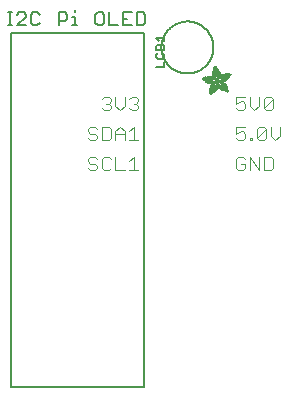
<source format=gbr>
G04 EAGLE Gerber RS-274X export*
G75*
%MOMM*%
%FSLAX34Y34*%
%LPD*%
%INSilkscreen Top*%
%IPPOS*%
%AMOC8*
5,1,8,0,0,1.08239X$1,22.5*%
G01*
%ADD10C,0.177800*%
%ADD11C,0.200000*%
%ADD12C,0.101600*%
%ADD13C,0.203200*%
%ADD14C,0.152400*%
%ADD15R,0.003800X0.034300*%
%ADD16R,0.003800X0.057200*%
%ADD17R,0.003800X0.076200*%
%ADD18R,0.003800X0.091400*%
%ADD19R,0.003800X0.102900*%
%ADD20R,0.003900X0.114300*%
%ADD21R,0.003800X0.129500*%
%ADD22R,0.003800X0.137200*%
%ADD23R,0.003800X0.144800*%
%ADD24R,0.003800X0.152400*%
%ADD25R,0.003800X0.160000*%
%ADD26R,0.003800X0.171500*%
%ADD27R,0.003800X0.175300*%
%ADD28R,0.003800X0.182900*%
%ADD29R,0.003800X0.190500*%
%ADD30R,0.003900X0.194300*%
%ADD31R,0.003800X0.201900*%
%ADD32R,0.003800X0.209500*%
%ADD33R,0.003800X0.213400*%
%ADD34R,0.003800X0.221000*%
%ADD35R,0.003800X0.224800*%
%ADD36R,0.003800X0.232400*%
%ADD37R,0.003800X0.240000*%
%ADD38R,0.003800X0.243800*%
%ADD39R,0.003800X0.247600*%
%ADD40R,0.003900X0.255300*%
%ADD41R,0.003800X0.259100*%
%ADD42R,0.003800X0.262900*%
%ADD43R,0.003800X0.270500*%
%ADD44R,0.003800X0.274300*%
%ADD45R,0.003800X0.281900*%
%ADD46R,0.003800X0.285700*%
%ADD47R,0.003800X0.289500*%
%ADD48R,0.003800X0.297200*%
%ADD49R,0.003800X0.301000*%
%ADD50R,0.003900X0.304800*%
%ADD51R,0.003800X0.312400*%
%ADD52R,0.003800X0.316200*%
%ADD53R,0.003800X0.320000*%
%ADD54R,0.003800X0.327600*%
%ADD55R,0.003800X0.331500*%
%ADD56R,0.003800X0.339100*%
%ADD57R,0.003800X0.342900*%
%ADD58R,0.003800X0.346700*%
%ADD59R,0.003800X0.354300*%
%ADD60R,0.003900X0.358100*%
%ADD61R,0.003800X0.361900*%
%ADD62R,0.003800X0.369600*%
%ADD63R,0.003800X0.373400*%
%ADD64R,0.003800X0.377200*%
%ADD65R,0.003800X0.384800*%
%ADD66R,0.003800X0.388600*%
%ADD67R,0.003800X0.396200*%
%ADD68R,0.003800X0.400000*%
%ADD69R,0.003800X0.403800*%
%ADD70R,0.003900X0.411500*%
%ADD71R,0.003800X0.415300*%
%ADD72R,0.003800X0.419100*%
%ADD73R,0.003800X0.045700*%
%ADD74R,0.003800X0.426700*%
%ADD75R,0.003800X0.072400*%
%ADD76R,0.003800X0.430500*%
%ADD77R,0.003800X0.095300*%
%ADD78R,0.003800X0.438100*%
%ADD79R,0.003800X0.110500*%
%ADD80R,0.003800X0.441900*%
%ADD81R,0.003800X0.445800*%
%ADD82R,0.003800X0.144700*%
%ADD83R,0.003800X0.453400*%
%ADD84R,0.003800X0.457200*%
%ADD85R,0.003900X0.175300*%
%ADD86R,0.003900X0.461000*%
%ADD87R,0.003800X0.468600*%
%ADD88R,0.003800X0.205800*%
%ADD89R,0.003800X0.472400*%
%ADD90R,0.003800X0.217200*%
%ADD91R,0.003800X0.476200*%
%ADD92R,0.003800X0.483900*%
%ADD93R,0.003800X0.247700*%
%ADD94R,0.003800X0.487700*%
%ADD95R,0.003800X0.495300*%
%ADD96R,0.003800X0.499100*%
%ADD97R,0.003800X0.502900*%
%ADD98R,0.003800X0.510500*%
%ADD99R,0.003900X0.308600*%
%ADD100R,0.003900X0.514300*%
%ADD101R,0.003800X0.323800*%
%ADD102R,0.003800X0.518100*%
%ADD103R,0.003800X0.335300*%
%ADD104R,0.003800X0.525800*%
%ADD105R,0.003800X0.529600*%
%ADD106R,0.003800X0.358100*%
%ADD107R,0.003800X0.533400*%
%ADD108R,0.003800X0.537200*%
%ADD109R,0.003800X0.381000*%
%ADD110R,0.003800X0.544800*%
%ADD111R,0.003800X0.392400*%
%ADD112R,0.003800X0.548600*%
%ADD113R,0.003800X0.552400*%
%ADD114R,0.003800X0.556200*%
%ADD115R,0.003900X0.422900*%
%ADD116R,0.003900X0.560100*%
%ADD117R,0.003800X0.434300*%
%ADD118R,0.003800X0.563900*%
%ADD119R,0.003800X0.567700*%
%ADD120R,0.003800X0.461000*%
%ADD121R,0.003800X0.571500*%
%ADD122R,0.003800X0.575300*%
%ADD123R,0.003800X0.480100*%
%ADD124R,0.003800X0.579100*%
%ADD125R,0.003800X0.491500*%
%ADD126R,0.003800X0.582900*%
%ADD127R,0.003800X0.586700*%
%ADD128R,0.003800X0.510600*%
%ADD129R,0.003800X0.590500*%
%ADD130R,0.003800X0.522000*%
%ADD131R,0.003800X0.594300*%
%ADD132R,0.003900X0.533400*%
%ADD133R,0.003900X0.598200*%
%ADD134R,0.003800X0.541000*%
%ADD135R,0.003800X0.602000*%
%ADD136R,0.003800X0.552500*%
%ADD137R,0.003800X0.605800*%
%ADD138R,0.003800X0.560100*%
%ADD139R,0.003800X0.609600*%
%ADD140R,0.003800X0.613400*%
%ADD141R,0.003800X0.583000*%
%ADD142R,0.003800X0.617200*%
%ADD143R,0.003800X0.594400*%
%ADD144R,0.003800X0.621000*%
%ADD145R,0.003800X0.598200*%
%ADD146R,0.003800X0.624800*%
%ADD147R,0.003900X0.613500*%
%ADD148R,0.003900X0.628600*%
%ADD149R,0.003800X0.632400*%
%ADD150R,0.003800X0.628600*%
%ADD151R,0.003800X0.636300*%
%ADD152R,0.003800X0.640100*%
%ADD153R,0.003800X0.636200*%
%ADD154R,0.003800X0.643900*%
%ADD155R,0.003800X0.647700*%
%ADD156R,0.003800X0.651500*%
%ADD157R,0.003800X0.659100*%
%ADD158R,0.003900X0.659100*%
%ADD159R,0.003900X0.655300*%
%ADD160R,0.003800X0.662900*%
%ADD161R,0.003800X0.655300*%
%ADD162R,0.003800X0.670500*%
%ADD163R,0.003800X0.670600*%
%ADD164R,0.003800X0.674400*%
%ADD165R,0.003800X0.682000*%
%ADD166R,0.003800X0.666700*%
%ADD167R,0.003800X0.685800*%
%ADD168R,0.003800X0.689600*%
%ADD169R,0.003900X0.693400*%
%ADD170R,0.003900X0.674400*%
%ADD171R,0.003800X0.697200*%
%ADD172R,0.003800X0.678200*%
%ADD173R,0.003800X0.697300*%
%ADD174R,0.003800X0.701100*%
%ADD175R,0.003800X0.704900*%
%ADD176R,0.003800X0.708700*%
%ADD177R,0.003800X0.712500*%
%ADD178R,0.003800X0.716300*%
%ADD179R,0.003900X0.720100*%
%ADD180R,0.003900X0.689600*%
%ADD181R,0.003800X0.720000*%
%ADD182R,0.003800X0.693400*%
%ADD183R,0.003800X0.723900*%
%ADD184R,0.003800X0.727700*%
%ADD185R,0.003800X0.731500*%
%ADD186R,0.003800X0.701000*%
%ADD187R,0.003800X0.735300*%
%ADD188R,0.003900X0.731500*%
%ADD189R,0.003900X0.701000*%
%ADD190R,0.003800X0.704800*%
%ADD191R,0.003800X0.739100*%
%ADD192R,0.003800X0.743000*%
%ADD193R,0.003800X0.739200*%
%ADD194R,0.003900X0.743000*%
%ADD195R,0.003900X0.704800*%
%ADD196R,0.003800X0.746800*%
%ADD197R,0.003900X0.746800*%
%ADD198R,0.003800X0.742900*%
%ADD199R,0.003800X0.746700*%
%ADD200R,0.003900X0.746700*%
%ADD201R,0.003800X1.428800*%
%ADD202R,0.003800X1.424900*%
%ADD203R,0.003900X1.421100*%
%ADD204R,0.003800X1.421100*%
%ADD205R,0.003800X1.417300*%
%ADD206R,0.003800X1.413500*%
%ADD207R,0.003800X1.409700*%
%ADD208R,0.003800X1.405900*%
%ADD209R,0.003800X1.402100*%
%ADD210R,0.003800X1.398300*%
%ADD211R,0.003900X0.983000*%
%ADD212R,0.003900X0.384800*%
%ADD213R,0.003800X0.971600*%
%ADD214R,0.003800X0.963900*%
%ADD215R,0.003800X0.956300*%
%ADD216R,0.003800X0.365800*%
%ADD217R,0.003800X0.952500*%
%ADD218R,0.003800X0.941000*%
%ADD219R,0.003800X0.358200*%
%ADD220R,0.003800X0.937200*%
%ADD221R,0.003800X0.933400*%
%ADD222R,0.003800X0.354400*%
%ADD223R,0.003800X0.925800*%
%ADD224R,0.003800X0.350500*%
%ADD225R,0.003800X0.922000*%
%ADD226R,0.003900X0.918200*%
%ADD227R,0.003900X0.346700*%
%ADD228R,0.003800X0.910600*%
%ADD229R,0.003800X0.906800*%
%ADD230R,0.003800X0.903000*%
%ADD231R,0.003800X0.339000*%
%ADD232R,0.003800X0.895300*%
%ADD233R,0.003800X0.335200*%
%ADD234R,0.003800X0.887700*%
%ADD235R,0.003800X0.883900*%
%ADD236R,0.003800X0.331400*%
%ADD237R,0.003800X0.880100*%
%ADD238R,0.003800X0.876300*%
%ADD239R,0.003900X0.468600*%
%ADD240R,0.003900X0.396200*%
%ADD241R,0.003900X0.323800*%
%ADD242R,0.003800X0.449600*%
%ADD243R,0.003800X0.323900*%
%ADD244R,0.003800X0.442000*%
%ADD245R,0.003800X0.434400*%
%ADD246R,0.003800X0.320100*%
%ADD247R,0.003800X0.316300*%
%ADD248R,0.003800X0.426800*%
%ADD249R,0.003800X0.327700*%
%ADD250R,0.003800X0.312500*%
%ADD251R,0.003800X0.422900*%
%ADD252R,0.003800X0.308600*%
%ADD253R,0.003800X0.293400*%
%ADD254R,0.003800X0.304800*%
%ADD255R,0.003900X0.419100*%
%ADD256R,0.003900X0.285700*%
%ADD257R,0.003900X0.301000*%
%ADD258R,0.003800X0.411500*%
%ADD259R,0.003800X0.407700*%
%ADD260R,0.003800X0.289600*%
%ADD261R,0.003800X0.285800*%
%ADD262R,0.003800X0.403900*%
%ADD263R,0.003800X0.228600*%
%ADD264R,0.003900X0.403900*%
%ADD265R,0.003900X0.221000*%
%ADD266R,0.003900X0.278100*%
%ADD267R,0.003800X0.400100*%
%ADD268R,0.003800X0.209600*%
%ADD269R,0.003800X0.266700*%
%ADD270R,0.003800X0.038100*%
%ADD271R,0.003800X0.194300*%
%ADD272R,0.003800X0.148600*%
%ADD273R,0.003800X0.259000*%
%ADD274R,0.003800X0.182800*%
%ADD275R,0.003800X0.186700*%
%ADD276R,0.003800X0.251400*%
%ADD277R,0.003800X0.179100*%
%ADD278R,0.003800X0.236200*%
%ADD279R,0.003900X0.243900*%
%ADD280R,0.003900X0.282000*%
%ADD281R,0.003800X0.167700*%
%ADD282R,0.003800X0.236300*%
%ADD283R,0.003800X0.396300*%
%ADD284R,0.003800X0.163900*%
%ADD285R,0.003800X0.392500*%
%ADD286R,0.003800X0.160100*%
%ADD287R,0.003800X0.586800*%
%ADD288R,0.003800X0.148500*%
%ADD289R,0.003800X0.140900*%
%ADD290R,0.003900X0.392400*%
%ADD291R,0.003900X0.140900*%
%ADD292R,0.003900X0.647700*%
%ADD293R,0.003800X0.133300*%
%ADD294R,0.003800X0.674300*%
%ADD295R,0.003800X0.388700*%
%ADD296R,0.003800X0.125700*%
%ADD297R,0.003800X0.121900*%
%ADD298R,0.003800X0.720100*%
%ADD299R,0.003800X0.118100*%
%ADD300R,0.003900X0.118100*%
%ADD301R,0.003900X0.739100*%
%ADD302R,0.003800X0.114300*%
%ADD303R,0.003800X0.754400*%
%ADD304R,0.003800X0.765800*%
%ADD305R,0.003800X0.773400*%
%ADD306R,0.003800X0.784800*%
%ADD307R,0.003800X0.118200*%
%ADD308R,0.003800X0.792500*%
%ADD309R,0.003800X0.803900*%
%ADD310R,0.003800X0.122000*%
%ADD311R,0.003800X0.815400*%
%ADD312R,0.003800X0.125800*%
%ADD313R,0.003800X0.826800*%
%ADD314R,0.003900X0.369500*%
%ADD315R,0.003900X0.133400*%
%ADD316R,0.003900X0.842000*%
%ADD317R,0.003800X0.365700*%
%ADD318R,0.003800X1.009700*%
%ADD319R,0.003800X1.013500*%
%ADD320R,0.003800X0.362000*%
%ADD321R,0.003800X1.024900*%
%ADD322R,0.003800X1.028700*%
%ADD323R,0.003800X1.036300*%
%ADD324R,0.003800X1.047800*%
%ADD325R,0.003800X1.055400*%
%ADD326R,0.003800X1.070600*%
%ADD327R,0.003800X0.030500*%
%ADD328R,0.003800X1.436400*%
%ADD329R,0.003900X1.562100*%
%ADD330R,0.003800X1.588700*%
%ADD331R,0.003800X1.607800*%
%ADD332R,0.003800X1.626900*%
%ADD333R,0.003800X1.642100*%
%ADD334R,0.003800X1.657400*%
%ADD335R,0.003800X1.676400*%
%ADD336R,0.003800X1.687800*%
%ADD337R,0.003800X1.703000*%
%ADD338R,0.003800X1.714500*%
%ADD339R,0.003900X1.726000*%
%ADD340R,0.003800X1.741200*%
%ADD341R,0.003800X0.914400*%
%ADD342R,0.003800X0.769600*%
%ADD343R,0.003800X0.884000*%
%ADD344R,0.003800X0.712400*%
%ADD345R,0.003900X0.880100*%
%ADD346R,0.003800X0.887800*%
%ADD347R,0.003800X0.891600*%
%ADD348R,0.003800X0.895400*%
%ADD349R,0.003800X0.251500*%
%ADD350R,0.003900X0.579200*%
%ADD351R,0.003800X0.243900*%
%ADD352R,0.003800X0.556300*%
%ADD353R,0.003800X0.255200*%
%ADD354R,0.003800X0.529500*%
%ADD355R,0.003800X0.731600*%
%ADD356R,0.003900X0.525800*%
%ADD357R,0.003900X0.281900*%
%ADD358R,0.003900X0.735400*%
%ADD359R,0.003800X0.300900*%
%ADD360R,0.003800X0.762000*%
%ADD361R,0.003800X0.518200*%
%ADD362R,0.003800X0.350600*%
%ADD363R,0.003800X0.796300*%
%ADD364R,0.003800X0.807800*%
%ADD365R,0.003800X0.506700*%
%ADD366R,0.003800X0.849600*%
%ADD367R,0.003900X0.506700*%
%ADD368R,0.003900X1.371600*%
%ADD369R,0.003800X1.207800*%
%ADD370R,0.003800X0.503000*%
%ADD371R,0.003800X0.141000*%
%ADD372R,0.003800X1.203900*%
%ADD373R,0.003800X1.204000*%
%ADD374R,0.003800X1.200200*%
%ADD375R,0.003900X0.499100*%
%ADD376R,0.003900X0.156200*%
%ADD377R,0.003900X1.196400*%
%ADD378R,0.003800X1.196400*%
%ADD379R,0.003800X0.163800*%
%ADD380R,0.003800X0.167600*%
%ADD381R,0.003800X1.192500*%
%ADD382R,0.003800X0.499200*%
%ADD383R,0.003800X1.188700*%
%ADD384R,0.003800X0.506800*%
%ADD385R,0.003800X1.184900*%
%ADD386R,0.003900X0.510600*%
%ADD387R,0.003900X0.209600*%
%ADD388R,0.003900X1.181100*%
%ADD389R,0.003800X0.514400*%
%ADD390R,0.003800X1.181100*%
%ADD391R,0.003800X1.177300*%
%ADD392R,0.003800X0.240100*%
%ADD393R,0.003800X1.173500*%
%ADD394R,0.003800X1.169700*%
%ADD395R,0.003800X1.165900*%
%ADD396R,0.003800X1.162100*%
%ADD397R,0.003900X0.929700*%
%ADD398R,0.003900X1.162100*%
%ADD399R,0.003800X0.929700*%
%ADD400R,0.003800X1.154500*%
%ADD401R,0.003800X0.933500*%
%ADD402R,0.003800X1.150600*%
%ADD403R,0.003800X0.937300*%
%ADD404R,0.003800X1.146800*%
%ADD405R,0.003800X0.941100*%
%ADD406R,0.003800X1.139200*%
%ADD407R,0.003800X0.944900*%
%ADD408R,0.003800X1.135400*%
%ADD409R,0.003800X0.948700*%
%ADD410R,0.003800X1.127800*%
%ADD411R,0.003800X1.124000*%
%ADD412R,0.003800X1.116400*%
%ADD413R,0.003900X0.956300*%
%ADD414R,0.003900X1.104900*%
%ADD415R,0.003800X0.960100*%
%ADD416R,0.003800X1.093500*%
%ADD417R,0.003800X1.085900*%
%ADD418R,0.003800X0.967800*%
%ADD419R,0.003800X1.074500*%
%ADD420R,0.003800X1.063000*%
%ADD421R,0.003800X0.975400*%
%ADD422R,0.003800X1.036400*%
%ADD423R,0.003800X0.979200*%
%ADD424R,0.003800X1.021000*%
%ADD425R,0.003800X0.983000*%
%ADD426R,0.003800X1.009600*%
%ADD427R,0.003800X0.986800*%
%ADD428R,0.003800X0.998200*%
%ADD429R,0.003900X0.990600*%
%ADD430R,0.003900X0.986700*%
%ADD431R,0.003800X0.994400*%
%ADD432R,0.003800X0.975300*%
%ADD433R,0.003800X0.948600*%
%ADD434R,0.003800X1.002000*%
%ADD435R,0.003800X0.213300*%
%ADD436R,0.003800X0.217100*%
%ADD437R,0.003800X1.017300*%
%ADD438R,0.003800X0.666800*%
%ADD439R,0.003800X0.220900*%
%ADD440R,0.003900X1.028700*%
%ADD441R,0.003900X0.224700*%
%ADD442R,0.003800X1.032500*%
%ADD443R,0.003800X1.040100*%
%ADD444R,0.003800X1.043900*%
%ADD445R,0.003800X0.548700*%
%ADD446R,0.003800X1.051500*%
%ADD447R,0.003800X1.055300*%
%ADD448R,0.003800X1.059100*%
%ADD449R,0.003800X1.062900*%
%ADD450R,0.003800X0.255300*%
%ADD451R,0.003900X1.066800*%
%ADD452R,0.003900X0.259100*%
%ADD453R,0.003900X0.457200*%
%ADD454R,0.003800X0.423000*%
%ADD455R,0.003800X1.082100*%
%ADD456R,0.003800X0.274400*%
%ADD457R,0.003800X0.278200*%
%ADD458R,0.003800X1.101100*%
%ADD459R,0.003800X0.278100*%
%ADD460R,0.003900X0.876300*%
%ADD461R,0.003900X0.236200*%
%ADD462R,0.003900X0.289600*%
%ADD463R,0.003900X0.247700*%
%ADD464R,0.003800X0.049500*%
%ADD465R,0.003900X0.640100*%
%ADD466R,0.003800X0.659200*%
%ADD467R,0.003800X0.663000*%
%ADD468R,0.003900X0.872500*%
%ADD469R,0.003900X0.666800*%
%ADD470R,0.003800X0.872500*%
%ADD471R,0.003800X0.868700*%
%ADD472R,0.003800X0.864900*%
%ADD473R,0.003800X0.861100*%
%ADD474R,0.003800X0.857300*%
%ADD475R,0.003800X0.853400*%
%ADD476R,0.003800X0.845800*%
%ADD477R,0.003900X0.682000*%
%ADD478R,0.003800X0.842000*%
%ADD479R,0.003800X0.834400*%
%ADD480R,0.003800X0.823000*%
%ADD481R,0.003800X0.815300*%
%ADD482R,0.003800X0.811500*%
%ADD483R,0.003800X0.788700*%
%ADD484R,0.003900X0.777300*%
%ADD485R,0.003800X0.750600*%
%ADD486R,0.003800X0.735400*%
%ADD487R,0.003800X0.727800*%
%ADD488R,0.003800X0.628700*%
%ADD489R,0.003800X0.575400*%
%ADD490R,0.003900X0.670600*%
%ADD491R,0.003800X0.655400*%
%ADD492R,0.003900X0.651500*%
%ADD493R,0.003900X0.624800*%
%ADD494R,0.003900X0.594400*%
%ADD495R,0.003900X0.563900*%
%ADD496R,0.003800X0.541100*%
%ADD497R,0.003800X0.537300*%
%ADD498R,0.003800X0.525700*%
%ADD499R,0.003900X0.525700*%
%ADD500R,0.003800X0.514300*%
%ADD501R,0.003900X0.480100*%
%ADD502R,0.003800X0.464800*%
%ADD503R,0.003900X0.442000*%
%ADD504R,0.003800X0.438200*%
%ADD505R,0.003800X0.430600*%
%ADD506R,0.003800X0.407600*%
%ADD507R,0.003900X0.403800*%
%ADD508R,0.003900X0.365700*%
%ADD509R,0.003900X0.327700*%
%ADD510R,0.003900X0.243800*%
%ADD511R,0.003900X0.205800*%
%ADD512R,0.003800X0.198100*%
%ADD513R,0.003900X0.163800*%
%ADD514R,0.003800X0.137100*%
%ADD515R,0.003900X0.091500*%
%ADD516R,0.003800X0.060900*%


D10*
X8763Y197231D02*
X12407Y197231D01*
X10585Y197231D02*
X10585Y208162D01*
X8763Y208162D02*
X12407Y208162D01*
X16559Y197231D02*
X23847Y197231D01*
X16559Y197231D02*
X23847Y204519D01*
X23847Y206340D01*
X22025Y208162D01*
X18381Y208162D01*
X16559Y206340D01*
X33719Y208162D02*
X35540Y206340D01*
X33719Y208162D02*
X30075Y208162D01*
X28253Y206340D01*
X28253Y199053D01*
X30075Y197231D01*
X33719Y197231D01*
X35540Y199053D01*
X51641Y197231D02*
X51641Y208162D01*
X57107Y208162D01*
X58928Y206340D01*
X58928Y202697D01*
X57107Y200875D01*
X51641Y200875D01*
X63335Y204519D02*
X65157Y204519D01*
X65157Y197231D01*
X63335Y197231D02*
X66979Y197231D01*
X65157Y208162D02*
X65157Y209984D01*
X84647Y208162D02*
X88290Y208162D01*
X84647Y208162D02*
X82825Y206340D01*
X82825Y199053D01*
X84647Y197231D01*
X88290Y197231D01*
X90112Y199053D01*
X90112Y206340D01*
X88290Y208162D01*
X94519Y208162D02*
X94519Y197231D01*
X101806Y197231D01*
X106213Y208162D02*
X113500Y208162D01*
X106213Y208162D02*
X106213Y197231D01*
X113500Y197231D01*
X109856Y202697D02*
X106213Y202697D01*
X117907Y208162D02*
X117907Y197231D01*
X123372Y197231D01*
X125194Y199053D01*
X125194Y206340D01*
X123372Y208162D01*
X117907Y208162D01*
D11*
X138782Y178562D02*
X138789Y179102D01*
X138808Y179641D01*
X138842Y180180D01*
X138888Y180718D01*
X138947Y181255D01*
X139020Y181790D01*
X139106Y182323D01*
X139205Y182854D01*
X139317Y183382D01*
X139441Y183908D01*
X139579Y184430D01*
X139729Y184948D01*
X139892Y185463D01*
X140068Y185974D01*
X140256Y186480D01*
X140457Y186981D01*
X140669Y187477D01*
X140894Y187968D01*
X141131Y188453D01*
X141380Y188933D01*
X141640Y189406D01*
X141912Y189872D01*
X142195Y190332D01*
X142490Y190785D01*
X142795Y191230D01*
X143111Y191667D01*
X143438Y192097D01*
X143776Y192519D01*
X144123Y192932D01*
X144481Y193336D01*
X144849Y193732D01*
X145226Y194118D01*
X145612Y194495D01*
X146008Y194863D01*
X146412Y195221D01*
X146825Y195568D01*
X147247Y195906D01*
X147677Y196233D01*
X148114Y196549D01*
X148559Y196854D01*
X149012Y197149D01*
X149472Y197432D01*
X149938Y197704D01*
X150411Y197964D01*
X150891Y198213D01*
X151376Y198450D01*
X151867Y198675D01*
X152363Y198887D01*
X152864Y199088D01*
X153370Y199276D01*
X153881Y199452D01*
X154396Y199615D01*
X154914Y199765D01*
X155436Y199903D01*
X155962Y200027D01*
X156490Y200139D01*
X157021Y200238D01*
X157554Y200324D01*
X158089Y200397D01*
X158626Y200456D01*
X159164Y200502D01*
X159703Y200536D01*
X160242Y200555D01*
X160782Y200562D01*
X161322Y200555D01*
X161861Y200536D01*
X162400Y200502D01*
X162938Y200456D01*
X163475Y200397D01*
X164010Y200324D01*
X164543Y200238D01*
X165074Y200139D01*
X165602Y200027D01*
X166128Y199903D01*
X166650Y199765D01*
X167168Y199615D01*
X167683Y199452D01*
X168194Y199276D01*
X168700Y199088D01*
X169201Y198887D01*
X169697Y198675D01*
X170188Y198450D01*
X170673Y198213D01*
X171153Y197964D01*
X171626Y197704D01*
X172092Y197432D01*
X172552Y197149D01*
X173005Y196854D01*
X173450Y196549D01*
X173887Y196233D01*
X174317Y195906D01*
X174739Y195568D01*
X175152Y195221D01*
X175556Y194863D01*
X175952Y194495D01*
X176338Y194118D01*
X176715Y193732D01*
X177083Y193336D01*
X177441Y192932D01*
X177788Y192519D01*
X178126Y192097D01*
X178453Y191667D01*
X178769Y191230D01*
X179074Y190785D01*
X179369Y190332D01*
X179652Y189872D01*
X179924Y189406D01*
X180184Y188933D01*
X180433Y188453D01*
X180670Y187968D01*
X180895Y187477D01*
X181107Y186981D01*
X181308Y186480D01*
X181496Y185974D01*
X181672Y185463D01*
X181835Y184948D01*
X181985Y184430D01*
X182123Y183908D01*
X182247Y183382D01*
X182359Y182854D01*
X182458Y182323D01*
X182544Y181790D01*
X182617Y181255D01*
X182676Y180718D01*
X182722Y180180D01*
X182756Y179641D01*
X182775Y179102D01*
X182782Y178562D01*
X182775Y178022D01*
X182756Y177483D01*
X182722Y176944D01*
X182676Y176406D01*
X182617Y175869D01*
X182544Y175334D01*
X182458Y174801D01*
X182359Y174270D01*
X182247Y173742D01*
X182123Y173216D01*
X181985Y172694D01*
X181835Y172176D01*
X181672Y171661D01*
X181496Y171150D01*
X181308Y170644D01*
X181107Y170143D01*
X180895Y169647D01*
X180670Y169156D01*
X180433Y168671D01*
X180184Y168191D01*
X179924Y167718D01*
X179652Y167252D01*
X179369Y166792D01*
X179074Y166339D01*
X178769Y165894D01*
X178453Y165457D01*
X178126Y165027D01*
X177788Y164605D01*
X177441Y164192D01*
X177083Y163788D01*
X176715Y163392D01*
X176338Y163006D01*
X175952Y162629D01*
X175556Y162261D01*
X175152Y161903D01*
X174739Y161556D01*
X174317Y161218D01*
X173887Y160891D01*
X173450Y160575D01*
X173005Y160270D01*
X172552Y159975D01*
X172092Y159692D01*
X171626Y159420D01*
X171153Y159160D01*
X170673Y158911D01*
X170188Y158674D01*
X169697Y158449D01*
X169201Y158237D01*
X168700Y158036D01*
X168194Y157848D01*
X167683Y157672D01*
X167168Y157509D01*
X166650Y157359D01*
X166128Y157221D01*
X165602Y157097D01*
X165074Y156985D01*
X164543Y156886D01*
X164010Y156800D01*
X163475Y156727D01*
X162938Y156668D01*
X162400Y156622D01*
X161861Y156588D01*
X161322Y156569D01*
X160782Y156562D01*
X160242Y156569D01*
X159703Y156588D01*
X159164Y156622D01*
X158626Y156668D01*
X158089Y156727D01*
X157554Y156800D01*
X157021Y156886D01*
X156490Y156985D01*
X155962Y157097D01*
X155436Y157221D01*
X154914Y157359D01*
X154396Y157509D01*
X153881Y157672D01*
X153370Y157848D01*
X152864Y158036D01*
X152363Y158237D01*
X151867Y158449D01*
X151376Y158674D01*
X150891Y158911D01*
X150411Y159160D01*
X149938Y159420D01*
X149472Y159692D01*
X149012Y159975D01*
X148559Y160270D01*
X148114Y160575D01*
X147677Y160891D01*
X147247Y161218D01*
X146825Y161556D01*
X146412Y161903D01*
X146008Y162261D01*
X145612Y162629D01*
X145226Y163006D01*
X144849Y163392D01*
X144481Y163788D01*
X144123Y164192D01*
X143776Y164605D01*
X143438Y165027D01*
X143111Y165457D01*
X142795Y165894D01*
X142490Y166339D01*
X142195Y166792D01*
X141912Y167252D01*
X141640Y167718D01*
X141380Y168191D01*
X141131Y168671D01*
X140894Y169156D01*
X140669Y169647D01*
X140457Y170143D01*
X140256Y170644D01*
X140068Y171150D01*
X139892Y171661D01*
X139729Y172176D01*
X139579Y172694D01*
X139441Y173216D01*
X139317Y173742D01*
X139205Y174270D01*
X139106Y174801D01*
X139020Y175334D01*
X138947Y175869D01*
X138888Y176406D01*
X138842Y176944D01*
X138808Y177483D01*
X138789Y178022D01*
X138782Y178562D01*
D12*
X201930Y136916D02*
X209726Y136916D01*
X201930Y136916D02*
X201930Y131069D01*
X205828Y133018D01*
X207777Y133018D01*
X209726Y131069D01*
X209726Y127171D01*
X207777Y125222D01*
X203879Y125222D01*
X201930Y127171D01*
X213624Y129120D02*
X213624Y136916D01*
X213624Y129120D02*
X217522Y125222D01*
X221420Y129120D01*
X221420Y136916D01*
X225318Y134967D02*
X225318Y127171D01*
X225318Y134967D02*
X227267Y136916D01*
X231165Y136916D01*
X233114Y134967D01*
X233114Y127171D01*
X231165Y125222D01*
X227267Y125222D01*
X225318Y127171D01*
X233114Y134967D01*
X209726Y111516D02*
X201930Y111516D01*
X201930Y105669D01*
X205828Y107618D01*
X207777Y107618D01*
X209726Y105669D01*
X209726Y101771D01*
X207777Y99822D01*
X203879Y99822D01*
X201930Y101771D01*
X213624Y101771D02*
X213624Y99822D01*
X213624Y101771D02*
X215573Y101771D01*
X215573Y99822D01*
X213624Y99822D01*
X219471Y101771D02*
X219471Y109567D01*
X221420Y111516D01*
X225318Y111516D01*
X227267Y109567D01*
X227267Y101771D01*
X225318Y99822D01*
X221420Y99822D01*
X219471Y101771D01*
X227267Y109567D01*
X231165Y111516D02*
X231165Y103720D01*
X235063Y99822D01*
X238961Y103720D01*
X238961Y111516D01*
X209726Y84167D02*
X207777Y86116D01*
X203879Y86116D01*
X201930Y84167D01*
X201930Y76371D01*
X203879Y74422D01*
X207777Y74422D01*
X209726Y76371D01*
X209726Y80269D01*
X205828Y80269D01*
X213624Y74422D02*
X213624Y86116D01*
X221420Y74422D01*
X221420Y86116D01*
X225318Y86116D02*
X225318Y74422D01*
X231165Y74422D01*
X233114Y76371D01*
X233114Y84167D01*
X231165Y86116D01*
X225318Y86116D01*
X90057Y136916D02*
X88108Y134967D01*
X90057Y136916D02*
X93955Y136916D01*
X95904Y134967D01*
X95904Y133018D01*
X93955Y131069D01*
X92006Y131069D01*
X93955Y131069D02*
X95904Y129120D01*
X95904Y127171D01*
X93955Y125222D01*
X90057Y125222D01*
X88108Y127171D01*
X99802Y129120D02*
X99802Y136916D01*
X99802Y129120D02*
X103700Y125222D01*
X107598Y129120D01*
X107598Y136916D01*
X111496Y134967D02*
X113445Y136916D01*
X117343Y136916D01*
X119292Y134967D01*
X119292Y133018D01*
X117343Y131069D01*
X115394Y131069D01*
X117343Y131069D02*
X119292Y129120D01*
X119292Y127171D01*
X117343Y125222D01*
X113445Y125222D01*
X111496Y127171D01*
X84210Y109567D02*
X82261Y111516D01*
X78363Y111516D01*
X76414Y109567D01*
X76414Y107618D01*
X78363Y105669D01*
X82261Y105669D01*
X84210Y103720D01*
X84210Y101771D01*
X82261Y99822D01*
X78363Y99822D01*
X76414Y101771D01*
X88108Y99822D02*
X88108Y111516D01*
X88108Y99822D02*
X93955Y99822D01*
X95904Y101771D01*
X95904Y109567D01*
X93955Y111516D01*
X88108Y111516D01*
X99802Y107618D02*
X99802Y99822D01*
X99802Y107618D02*
X103700Y111516D01*
X107598Y107618D01*
X107598Y99822D01*
X107598Y105669D02*
X99802Y105669D01*
X111496Y107618D02*
X115394Y111516D01*
X115394Y99822D01*
X111496Y99822D02*
X119292Y99822D01*
X84210Y84167D02*
X82261Y86116D01*
X78363Y86116D01*
X76414Y84167D01*
X76414Y82218D01*
X78363Y80269D01*
X82261Y80269D01*
X84210Y78320D01*
X84210Y76371D01*
X82261Y74422D01*
X78363Y74422D01*
X76414Y76371D01*
X93955Y86116D02*
X95904Y84167D01*
X93955Y86116D02*
X90057Y86116D01*
X88108Y84167D01*
X88108Y76371D01*
X90057Y74422D01*
X93955Y74422D01*
X95904Y76371D01*
X99802Y74422D02*
X99802Y86116D01*
X99802Y74422D02*
X107598Y74422D01*
X111496Y82218D02*
X115394Y86116D01*
X115394Y74422D01*
X111496Y74422D02*
X119292Y74422D01*
D13*
X124330Y190780D02*
X124330Y-109220D01*
X11080Y-109220D01*
X11080Y190780D01*
X124330Y190780D01*
D14*
X134336Y161605D02*
X140946Y161605D01*
X140946Y166012D01*
X134336Y172394D02*
X135438Y173496D01*
X134336Y172394D02*
X134336Y170191D01*
X135438Y169090D01*
X139844Y169090D01*
X140946Y170191D01*
X140946Y172394D01*
X139844Y173496D01*
X140946Y176574D02*
X134336Y176574D01*
X140946Y176574D02*
X140946Y179879D01*
X139844Y180980D01*
X135438Y180980D01*
X134336Y179879D01*
X134336Y176574D01*
X136540Y184058D02*
X134336Y186261D01*
X140946Y186261D01*
X140946Y184058D02*
X140946Y188464D01*
D15*
X198120Y155499D03*
D16*
X198082Y155499D03*
D17*
X198044Y155480D03*
D18*
X198006Y155480D03*
D19*
X197968Y155499D03*
D20*
X197930Y155480D03*
D21*
X197891Y155480D03*
D22*
X197853Y155480D03*
D23*
X197815Y155480D03*
D24*
X197777Y155442D03*
D25*
X197739Y155442D03*
D26*
X197701Y155423D03*
D27*
X197663Y155404D03*
D28*
X197625Y155404D03*
D29*
X197587Y155366D03*
D30*
X197549Y155347D03*
D31*
X197510Y155347D03*
D32*
X197472Y155309D03*
D33*
X197434Y155289D03*
D34*
X197396Y155251D03*
D35*
X197358Y155232D03*
D36*
X197320Y155232D03*
D37*
X197282Y155194D03*
D38*
X197244Y155175D03*
D39*
X197206Y155156D03*
D40*
X197168Y155118D03*
D41*
X197129Y155099D03*
D42*
X197091Y155080D03*
D43*
X197053Y155042D03*
D44*
X197015Y155023D03*
D45*
X196977Y154985D03*
D46*
X196939Y154966D03*
D47*
X196901Y154947D03*
D48*
X196863Y154908D03*
D49*
X196825Y154889D03*
D50*
X196787Y154870D03*
D51*
X196748Y154832D03*
D52*
X196710Y154813D03*
D53*
X196672Y154794D03*
D54*
X196634Y154756D03*
D55*
X196596Y154737D03*
D56*
X196558Y154699D03*
D57*
X196520Y154680D03*
D58*
X196482Y154661D03*
D59*
X196444Y154623D03*
D60*
X196406Y154604D03*
D61*
X196367Y154585D03*
D62*
X196329Y154546D03*
D63*
X196291Y154527D03*
D64*
X196253Y154508D03*
D65*
X196215Y154470D03*
D66*
X196177Y154451D03*
D67*
X196139Y154413D03*
D68*
X196101Y154394D03*
D69*
X196063Y154375D03*
D70*
X196025Y154337D03*
D71*
X195986Y154318D03*
D72*
X195948Y154299D03*
D73*
X195910Y141536D03*
D74*
X195910Y154261D03*
D75*
X195872Y141554D03*
D76*
X195872Y154242D03*
D77*
X195834Y141593D03*
D78*
X195834Y154204D03*
D79*
X195796Y141631D03*
D80*
X195796Y154185D03*
D21*
X195758Y141650D03*
D81*
X195758Y154165D03*
D82*
X195720Y141688D03*
D83*
X195720Y154127D03*
D25*
X195682Y141726D03*
D84*
X195682Y154108D03*
D85*
X195644Y141764D03*
D86*
X195644Y154089D03*
D29*
X195605Y141802D03*
D87*
X195605Y154051D03*
D88*
X195567Y141840D03*
D89*
X195567Y154032D03*
D90*
X195529Y141897D03*
D91*
X195529Y154013D03*
D36*
X195491Y141935D03*
D92*
X195491Y153975D03*
D93*
X195453Y141974D03*
D94*
X195453Y153956D03*
D41*
X195415Y142031D03*
D95*
X195415Y153918D03*
D44*
X195377Y142069D03*
D96*
X195377Y153899D03*
D46*
X195339Y142126D03*
D97*
X195339Y153880D03*
D48*
X195301Y142183D03*
D98*
X195301Y153842D03*
D99*
X195263Y142240D03*
D100*
X195263Y153823D03*
D101*
X195224Y142278D03*
D102*
X195224Y153804D03*
D103*
X195186Y142336D03*
D104*
X195186Y153765D03*
D58*
X195148Y142393D03*
D105*
X195148Y153746D03*
D106*
X195110Y142450D03*
D107*
X195110Y153727D03*
D62*
X195072Y142507D03*
D108*
X195072Y153708D03*
D109*
X195034Y142564D03*
D110*
X195034Y153670D03*
D111*
X194996Y142621D03*
D112*
X194996Y153651D03*
D69*
X194958Y142678D03*
D113*
X194958Y153632D03*
D71*
X194920Y142736D03*
D114*
X194920Y153613D03*
D115*
X194882Y142812D03*
D116*
X194882Y153594D03*
D117*
X194843Y142869D03*
D118*
X194843Y153575D03*
D81*
X194805Y142926D03*
D119*
X194805Y153556D03*
D120*
X194767Y143002D03*
D121*
X194767Y153537D03*
D89*
X194729Y143059D03*
D122*
X194729Y153518D03*
D123*
X194691Y143136D03*
D124*
X194691Y153499D03*
D125*
X194653Y143193D03*
D126*
X194653Y153480D03*
D97*
X194615Y143250D03*
D127*
X194615Y153461D03*
D128*
X194577Y143326D03*
D129*
X194577Y153442D03*
D130*
X194539Y143383D03*
D131*
X194539Y153423D03*
D132*
X194501Y143440D03*
D133*
X194501Y153403D03*
D134*
X194462Y143516D03*
D135*
X194462Y153384D03*
D136*
X194424Y143574D03*
D137*
X194424Y153365D03*
D138*
X194386Y143612D03*
D137*
X194386Y153365D03*
D121*
X194348Y143669D03*
D139*
X194348Y153346D03*
D122*
X194310Y143726D03*
D140*
X194310Y153327D03*
D141*
X194272Y143764D03*
D142*
X194272Y153308D03*
D143*
X194234Y143821D03*
D144*
X194234Y153289D03*
D145*
X194196Y143878D03*
D144*
X194196Y153289D03*
D137*
X194158Y143916D03*
D146*
X194158Y153270D03*
D147*
X194120Y143955D03*
D148*
X194120Y153251D03*
D140*
X194081Y143993D03*
D149*
X194081Y153232D03*
D144*
X194043Y144031D03*
D149*
X194043Y153232D03*
D150*
X194005Y144069D03*
D151*
X194005Y153213D03*
D149*
X193967Y144126D03*
D152*
X193967Y153194D03*
D153*
X193929Y144145D03*
D154*
X193929Y153175D03*
X193891Y144184D03*
X193891Y153175D03*
D155*
X193853Y144241D03*
X193853Y153156D03*
D156*
X193815Y144260D03*
X193815Y153137D03*
D157*
X193777Y144298D03*
D156*
X193777Y153137D03*
D158*
X193739Y144336D03*
D159*
X193739Y153118D03*
D160*
X193700Y144355D03*
D161*
X193700Y153118D03*
D162*
X193662Y144393D03*
D157*
X193662Y153099D03*
D163*
X193624Y144431D03*
D160*
X193624Y153080D03*
D164*
X193586Y144450D03*
D160*
X193586Y153080D03*
D165*
X193548Y144488D03*
D166*
X193548Y153061D03*
D165*
X193510Y144526D03*
D166*
X193510Y153061D03*
D167*
X193472Y144545D03*
D162*
X193472Y153042D03*
D168*
X193434Y144564D03*
D162*
X193434Y153042D03*
D168*
X193396Y144602D03*
D164*
X193396Y153022D03*
D169*
X193358Y144621D03*
D170*
X193358Y153022D03*
D171*
X193319Y144640D03*
D172*
X193319Y153003D03*
D173*
X193281Y144679D03*
D172*
X193281Y153003D03*
D174*
X193243Y144698D03*
D172*
X193243Y153003D03*
D175*
X193205Y144717D03*
D165*
X193205Y152984D03*
D175*
X193167Y144755D03*
D165*
X193167Y152984D03*
D176*
X193129Y144774D03*
D167*
X193129Y152965D03*
D177*
X193091Y144793D03*
D167*
X193091Y152965D03*
D177*
X193053Y144831D03*
D167*
X193053Y152965D03*
D178*
X193015Y144850D03*
D168*
X193015Y152946D03*
D179*
X192977Y144869D03*
D180*
X192977Y152946D03*
D181*
X192938Y144907D03*
D182*
X192938Y152927D03*
D183*
X192900Y144927D03*
D182*
X192900Y152927D03*
D183*
X192862Y144927D03*
D182*
X192862Y152927D03*
D183*
X192824Y144965D03*
D182*
X192824Y152927D03*
D184*
X192786Y144984D03*
D171*
X192786Y152908D03*
D185*
X192748Y145003D03*
D171*
X192748Y152908D03*
D184*
X192710Y145022D03*
D171*
X192710Y152908D03*
D185*
X192672Y145041D03*
D186*
X192672Y152889D03*
D187*
X192634Y145060D03*
D186*
X192634Y152889D03*
D188*
X192596Y145079D03*
D189*
X192596Y152889D03*
D187*
X192557Y145098D03*
D186*
X192557Y152889D03*
D187*
X192519Y145098D03*
D190*
X192519Y152870D03*
D187*
X192481Y145136D03*
D186*
X192481Y152851D03*
D191*
X192443Y145155D03*
D186*
X192443Y152851D03*
D191*
X192405Y145155D03*
D186*
X192405Y152851D03*
D191*
X192367Y145193D03*
D186*
X192367Y152851D03*
D191*
X192329Y145193D03*
D186*
X192329Y152851D03*
D192*
X192291Y145212D03*
D190*
X192291Y152832D03*
D193*
X192253Y145231D03*
D190*
X192253Y152832D03*
D194*
X192215Y145250D03*
D195*
X192215Y152832D03*
D192*
X192176Y145250D03*
D190*
X192176Y152832D03*
D192*
X192138Y145288D03*
D190*
X192138Y152832D03*
D192*
X192100Y145288D03*
D190*
X192100Y152832D03*
D192*
X192062Y145288D03*
D190*
X192062Y152832D03*
D192*
X192024Y145326D03*
D186*
X192024Y152813D03*
D192*
X191986Y145326D03*
D186*
X191986Y152813D03*
D196*
X191948Y145345D03*
D186*
X191948Y152813D03*
D192*
X191910Y145364D03*
D186*
X191910Y152813D03*
D192*
X191872Y145364D03*
D186*
X191872Y152813D03*
D197*
X191834Y145383D03*
D189*
X191834Y152813D03*
D198*
X191795Y145403D03*
D186*
X191795Y152813D03*
D198*
X191757Y145403D03*
D171*
X191757Y152794D03*
D199*
X191719Y145422D03*
D171*
X191719Y152794D03*
D198*
X191681Y145441D03*
D171*
X191681Y152794D03*
D198*
X191643Y145441D03*
D171*
X191643Y152794D03*
D198*
X191605Y145441D03*
D171*
X191605Y152794D03*
D199*
X191567Y145460D03*
D182*
X191567Y152775D03*
D198*
X191529Y145479D03*
D182*
X191529Y152775D03*
D198*
X191491Y145479D03*
D182*
X191491Y152775D03*
D200*
X191453Y145498D03*
D169*
X191453Y152775D03*
D198*
X191414Y145517D03*
D168*
X191414Y152756D03*
D198*
X191376Y145517D03*
D168*
X191376Y152756D03*
D199*
X191338Y145536D03*
D168*
X191338Y152756D03*
D198*
X191300Y145555D03*
D168*
X191300Y152756D03*
D198*
X191262Y145555D03*
D167*
X191262Y152737D03*
D198*
X191224Y145555D03*
D167*
X191224Y152737D03*
D201*
X191186Y149022D03*
X191148Y149022D03*
D202*
X191110Y149003D03*
D203*
X191072Y149022D03*
D204*
X191033Y149022D03*
D205*
X190995Y149003D03*
D206*
X190957Y149022D03*
X190919Y149022D03*
D207*
X190881Y149003D03*
D208*
X190843Y149022D03*
X190805Y149022D03*
D209*
X190767Y149003D03*
D210*
X190729Y149022D03*
D211*
X190691Y146945D03*
D212*
X190691Y154051D03*
D213*
X190652Y146888D03*
D64*
X190652Y154089D03*
D214*
X190614Y146889D03*
D63*
X190614Y154108D03*
D215*
X190576Y146851D03*
D216*
X190576Y154108D03*
D217*
X190538Y146832D03*
D216*
X190538Y154108D03*
D218*
X190500Y146812D03*
D219*
X190500Y154108D03*
D220*
X190462Y146793D03*
D219*
X190462Y154108D03*
D221*
X190424Y146774D03*
D222*
X190424Y154089D03*
D223*
X190386Y146774D03*
D224*
X190386Y154109D03*
D225*
X190348Y146755D03*
D58*
X190348Y154090D03*
D226*
X190310Y146736D03*
D227*
X190310Y154090D03*
D228*
X190271Y146736D03*
D57*
X190271Y154071D03*
D229*
X190233Y146717D03*
D57*
X190233Y154071D03*
D230*
X190195Y146698D03*
D231*
X190195Y154051D03*
D232*
X190157Y146698D03*
D231*
X190157Y154051D03*
D232*
X190119Y146698D03*
D233*
X190119Y154032D03*
D234*
X190081Y146698D03*
D233*
X190081Y154032D03*
D235*
X190043Y146679D03*
D236*
X190043Y154013D03*
D237*
X190005Y146660D03*
D54*
X190005Y153994D03*
D238*
X189967Y146679D03*
D54*
X189967Y153994D03*
D239*
X189929Y144640D03*
D240*
X189929Y149041D03*
D241*
X189929Y153975D03*
D242*
X189890Y144583D03*
D62*
X189890Y149136D03*
D243*
X189890Y153937D03*
D244*
X189852Y144545D03*
D106*
X189852Y149194D03*
D243*
X189852Y153937D03*
D245*
X189814Y144545D03*
D58*
X189814Y149213D03*
D246*
X189814Y153918D03*
D245*
X189776Y144545D03*
D103*
X189776Y149232D03*
D247*
X189776Y153899D03*
D248*
X189738Y144545D03*
D249*
X189738Y149270D03*
D250*
X189738Y153880D03*
D248*
X189700Y144545D03*
D247*
X189700Y149289D03*
D250*
X189700Y153880D03*
D251*
X189662Y144565D03*
D252*
X189662Y149327D03*
D250*
X189662Y153842D03*
D251*
X189624Y144565D03*
D49*
X189624Y149327D03*
D252*
X189624Y153822D03*
D72*
X189586Y144584D03*
D253*
X189586Y149365D03*
D254*
X189586Y153803D03*
D255*
X189548Y144584D03*
D256*
X189548Y149365D03*
D257*
X189548Y153784D03*
D71*
X189509Y144603D03*
D44*
X189509Y149384D03*
D49*
X189509Y153746D03*
D71*
X189471Y144603D03*
D43*
X189471Y149403D03*
D48*
X189471Y153727D03*
D258*
X189433Y144622D03*
D42*
X189433Y149403D03*
D253*
X189433Y153708D03*
D258*
X189395Y144622D03*
D41*
X189395Y149422D03*
D253*
X189395Y153670D03*
D259*
X189357Y144641D03*
D39*
X189357Y149441D03*
D260*
X189357Y153651D03*
D259*
X189319Y144679D03*
D38*
X189319Y149460D03*
D261*
X189319Y153632D03*
D259*
X189281Y144679D03*
D37*
X189281Y149479D03*
D261*
X189281Y153594D03*
D262*
X189243Y144698D03*
D36*
X189243Y149479D03*
D45*
X189243Y153575D03*
D259*
X189205Y144717D03*
D263*
X189205Y149498D03*
D45*
X189205Y153537D03*
D264*
X189167Y144736D03*
D265*
X189167Y149498D03*
D266*
X189167Y153518D03*
D267*
X189128Y144755D03*
D90*
X189128Y149517D03*
D43*
X189128Y153480D03*
D262*
X189090Y144774D03*
D268*
X189090Y149517D03*
D43*
X189090Y153442D03*
D267*
X189052Y144793D03*
D88*
X189052Y149536D03*
D269*
X189052Y153423D03*
D270*
X189052Y155899D03*
D68*
X189014Y144831D03*
D31*
X189014Y149556D03*
D42*
X189014Y153366D03*
D79*
X189014Y155918D03*
D68*
X188976Y144831D03*
D271*
X188976Y149556D03*
D41*
X188976Y153347D03*
D272*
X188976Y155918D03*
D68*
X188938Y144869D03*
D29*
X188938Y149575D03*
D273*
X188938Y153308D03*
D274*
X188938Y155937D03*
D67*
X188900Y144888D03*
D275*
X188900Y149594D03*
D276*
X188900Y153270D03*
D33*
X188900Y155937D03*
D67*
X188862Y144926D03*
D277*
X188862Y149594D03*
D276*
X188862Y153232D03*
D278*
X188862Y155937D03*
D68*
X188824Y144945D03*
D277*
X188824Y149594D03*
D38*
X188824Y153194D03*
D273*
X188824Y155937D03*
D240*
X188786Y144964D03*
D85*
X188786Y149613D03*
D279*
X188786Y153156D03*
D280*
X188786Y155937D03*
D67*
X188747Y145002D03*
D281*
X188747Y149613D03*
D282*
X188747Y153118D03*
D49*
X188747Y155956D03*
D283*
X188709Y145041D03*
D284*
X188709Y149632D03*
D282*
X188709Y153080D03*
D53*
X188709Y155937D03*
D285*
X188671Y145060D03*
D286*
X188671Y149651D03*
D263*
X188671Y153041D03*
D57*
X188671Y155937D03*
D283*
X188633Y145079D03*
D286*
X188633Y149651D03*
D287*
X188633Y154794D03*
D283*
X188595Y145117D03*
D24*
X188595Y149650D03*
D145*
X188595Y154813D03*
D285*
X188557Y145136D03*
D288*
X188557Y149670D03*
D137*
X188557Y154851D03*
D111*
X188519Y145174D03*
D288*
X188519Y149670D03*
D144*
X188519Y154889D03*
D111*
X188481Y145212D03*
D82*
X188481Y149689D03*
D146*
X188481Y154908D03*
D111*
X188443Y145250D03*
D289*
X188443Y149708D03*
D151*
X188443Y154928D03*
D290*
X188405Y145288D03*
D291*
X188405Y149708D03*
D292*
X188405Y154947D03*
D66*
X188366Y145307D03*
D293*
X188366Y149708D03*
D161*
X188366Y154985D03*
D66*
X188328Y145345D03*
D293*
X188328Y149708D03*
D166*
X188328Y155004D03*
D66*
X188290Y145383D03*
D21*
X188290Y149727D03*
D294*
X188290Y155004D03*
D66*
X188252Y145421D03*
D21*
X188252Y149727D03*
D167*
X188252Y155023D03*
D295*
X188214Y145460D03*
D296*
X188214Y149746D03*
D182*
X188214Y155061D03*
D295*
X188176Y145498D03*
D296*
X188176Y149746D03*
D174*
X188176Y155061D03*
D66*
X188138Y145536D03*
D297*
X188138Y149765D03*
D177*
X188138Y155080D03*
D65*
X188100Y145593D03*
D297*
X188100Y149765D03*
D298*
X188100Y155080D03*
D65*
X188062Y145631D03*
D299*
X188062Y149784D03*
D184*
X188062Y155080D03*
D212*
X188024Y145669D03*
D300*
X188024Y149784D03*
D301*
X188024Y155099D03*
D65*
X187985Y145707D03*
D302*
X187985Y149803D03*
D196*
X187985Y155099D03*
D109*
X187947Y145764D03*
D299*
X187947Y149822D03*
D303*
X187947Y155099D03*
D109*
X187909Y145802D03*
D299*
X187909Y149822D03*
D304*
X187909Y155118D03*
D109*
X187871Y145879D03*
D299*
X187871Y149822D03*
D305*
X187871Y155118D03*
D109*
X187833Y145917D03*
D302*
X187833Y149841D03*
D306*
X187833Y155137D03*
D64*
X187795Y145974D03*
D307*
X187795Y149860D03*
D308*
X187795Y155137D03*
D63*
X187757Y146031D03*
D307*
X187757Y149860D03*
D309*
X187757Y155118D03*
D63*
X187719Y146107D03*
D310*
X187719Y149879D03*
D311*
X187719Y155137D03*
D63*
X187681Y146145D03*
D312*
X187681Y149898D03*
D313*
X187681Y155118D03*
D314*
X187643Y146241D03*
D315*
X187643Y149936D03*
D316*
X187643Y155118D03*
D317*
X187604Y146298D03*
D318*
X187604Y154318D03*
D216*
X187566Y146374D03*
D319*
X187566Y154337D03*
D320*
X187528Y146469D03*
D321*
X187528Y154356D03*
D106*
X187490Y146565D03*
D322*
X187490Y154375D03*
D59*
X187452Y146660D03*
D323*
X187452Y154375D03*
D224*
X187414Y146755D03*
D324*
X187414Y154394D03*
D58*
X187376Y146889D03*
D325*
X187376Y154394D03*
D58*
X187338Y147003D03*
D326*
X187338Y154394D03*
D327*
X187300Y144774D03*
D328*
X187300Y152603D03*
D329*
X187262Y152013D03*
D330*
X187223Y151956D03*
D331*
X187185Y151898D03*
D332*
X187147Y151880D03*
D333*
X187109Y151842D03*
D334*
X187071Y151803D03*
D335*
X187033Y151784D03*
D336*
X186995Y151765D03*
D337*
X186957Y151765D03*
D338*
X186919Y151746D03*
D339*
X186881Y151727D03*
D340*
X186842Y151727D03*
D341*
X186804Y147517D03*
D342*
X186804Y156623D03*
D232*
X186766Y147346D03*
D192*
X186766Y156794D03*
D235*
X186728Y147251D03*
D185*
X186728Y156928D03*
D343*
X186690Y147174D03*
D298*
X186690Y157023D03*
D235*
X186652Y147098D03*
D344*
X186652Y157137D03*
D237*
X186614Y147041D03*
D175*
X186614Y157214D03*
D237*
X186576Y146965D03*
D173*
X186576Y157290D03*
D237*
X186538Y146927D03*
D171*
X186538Y157366D03*
D345*
X186500Y146889D03*
D169*
X186500Y157423D03*
D346*
X186461Y146850D03*
D168*
X186461Y157518D03*
D346*
X186423Y146812D03*
D168*
X186423Y157556D03*
D347*
X186385Y146793D03*
D167*
X186385Y157613D03*
D348*
X186347Y146774D03*
D167*
X186347Y157690D03*
D230*
X186309Y146736D03*
D167*
X186309Y157728D03*
D229*
X186271Y146717D03*
D165*
X186271Y157785D03*
D228*
X186233Y146698D03*
D167*
X186233Y157842D03*
D139*
X186195Y145155D03*
D42*
X186195Y149937D03*
D167*
X186195Y157880D03*
D129*
X186157Y145022D03*
D349*
X186157Y150032D03*
D168*
X186157Y157937D03*
D350*
X186119Y144926D03*
D279*
X186119Y150070D03*
D180*
X186119Y157975D03*
D119*
X186080Y144831D03*
D351*
X186080Y150108D03*
D182*
X186080Y157994D03*
D118*
X186042Y144774D03*
D38*
X186042Y150146D03*
D173*
X186042Y158052D03*
D138*
X186004Y144679D03*
D39*
X186004Y150165D03*
D173*
X186004Y158090D03*
D352*
X185966Y144622D03*
D39*
X185966Y150203D03*
D175*
X185966Y158128D03*
D112*
X185928Y144545D03*
D276*
X185928Y150222D03*
D176*
X185928Y158147D03*
D134*
X185890Y144507D03*
D353*
X185890Y150241D03*
D177*
X185890Y158166D03*
D108*
X185852Y144450D03*
D42*
X185852Y150280D03*
D298*
X185852Y158204D03*
D107*
X185814Y144393D03*
D269*
X185814Y150299D03*
D183*
X185814Y158223D03*
D354*
X185776Y144336D03*
D44*
X185776Y150337D03*
D355*
X185776Y158261D03*
D356*
X185738Y144278D03*
D357*
X185738Y150375D03*
D358*
X185738Y158280D03*
D104*
X185699Y144240D03*
D47*
X185699Y150413D03*
D192*
X185699Y158280D03*
D130*
X185661Y144183D03*
D359*
X185661Y150432D03*
D303*
X185661Y158299D03*
D130*
X185623Y144145D03*
D252*
X185623Y150470D03*
D360*
X185623Y158299D03*
D361*
X185585Y144088D03*
D243*
X185585Y150508D03*
D342*
X185585Y158299D03*
D361*
X185547Y144050D03*
D103*
X185547Y150565D03*
D306*
X185547Y158299D03*
D98*
X185509Y144012D03*
D362*
X185509Y150603D03*
D363*
X185509Y158281D03*
D98*
X185471Y143974D03*
D62*
X185471Y150660D03*
D364*
X185471Y158261D03*
D365*
X185433Y143917D03*
D66*
X185433Y150755D03*
D313*
X185433Y158242D03*
D365*
X185395Y143879D03*
D71*
X185395Y150851D03*
D366*
X185395Y158166D03*
D367*
X185357Y143841D03*
D368*
X185357Y155594D03*
D97*
X185318Y143822D03*
D23*
X185318Y149422D03*
D369*
X185318Y156451D03*
D370*
X185280Y143783D03*
D371*
X185280Y149365D03*
D372*
X185280Y156509D03*
D370*
X185242Y143745D03*
D289*
X185242Y149327D03*
D372*
X185242Y156547D03*
D96*
X185204Y143726D03*
D289*
X185204Y149289D03*
D372*
X185204Y156585D03*
D96*
X185166Y143688D03*
D82*
X185166Y149270D03*
D373*
X185166Y156623D03*
D96*
X185128Y143650D03*
D23*
X185128Y149231D03*
D374*
X185128Y156642D03*
D96*
X185090Y143612D03*
D23*
X185090Y149193D03*
D374*
X185090Y156680D03*
D95*
X185052Y143593D03*
D272*
X185052Y149174D03*
D374*
X185052Y156718D03*
D95*
X185014Y143555D03*
D24*
X185014Y149117D03*
D374*
X185014Y156718D03*
D375*
X184976Y143536D03*
D376*
X184976Y149098D03*
D377*
X184976Y156737D03*
D96*
X184937Y143498D03*
D25*
X184937Y149079D03*
D378*
X184937Y156775D03*
D95*
X184899Y143479D03*
D379*
X184899Y149022D03*
D378*
X184899Y156775D03*
D96*
X184861Y143460D03*
D380*
X184861Y149003D03*
D381*
X184861Y156795D03*
D96*
X184823Y143422D03*
D27*
X184823Y148965D03*
D381*
X184823Y156795D03*
D370*
X184785Y143402D03*
D277*
X184785Y148946D03*
D381*
X184785Y156833D03*
D382*
X184747Y143383D03*
D28*
X184747Y148889D03*
D381*
X184747Y156833D03*
D370*
X184709Y143364D03*
D29*
X184709Y148851D03*
D383*
X184709Y156852D03*
D384*
X184671Y143345D03*
D271*
X184671Y148832D03*
D383*
X184671Y156852D03*
D384*
X184633Y143345D03*
D31*
X184633Y148794D03*
D385*
X184633Y156871D03*
D386*
X184595Y143326D03*
D387*
X184595Y148755D03*
D388*
X184595Y156852D03*
D389*
X184556Y143307D03*
D33*
X184556Y148698D03*
D390*
X184556Y156852D03*
D361*
X184518Y143288D03*
D34*
X184518Y148660D03*
D391*
X184518Y156871D03*
D361*
X184480Y143288D03*
D36*
X184480Y148603D03*
D391*
X184480Y156871D03*
D104*
X184442Y143288D03*
D392*
X184442Y148565D03*
D393*
X184442Y156890D03*
D105*
X184404Y143269D03*
D349*
X184404Y148508D03*
D393*
X184404Y156890D03*
D108*
X184366Y143269D03*
D42*
X184366Y148451D03*
D394*
X184366Y156871D03*
D134*
X184328Y143288D03*
D44*
X184328Y148394D03*
D395*
X184328Y156890D03*
D113*
X184290Y143307D03*
D260*
X184290Y148317D03*
D395*
X184290Y156890D03*
D121*
X184252Y143364D03*
D51*
X184252Y148203D03*
D396*
X184252Y156871D03*
D397*
X184214Y145117D03*
D398*
X184214Y156871D03*
D399*
X184175Y145117D03*
D400*
X184175Y156871D03*
D401*
X184137Y145098D03*
D402*
X184137Y156851D03*
D403*
X184099Y145079D03*
D402*
X184099Y156851D03*
D403*
X184061Y145079D03*
D404*
X184061Y156832D03*
D405*
X184023Y145060D03*
D406*
X184023Y156832D03*
D407*
X183985Y145041D03*
D408*
X183985Y156813D03*
D409*
X183947Y145022D03*
D410*
X183947Y156775D03*
D409*
X183909Y145022D03*
D411*
X183909Y156756D03*
D217*
X183871Y145003D03*
D412*
X183871Y156718D03*
D413*
X183833Y144984D03*
D414*
X183833Y156699D03*
D415*
X183794Y144965D03*
D416*
X183794Y156642D03*
D415*
X183756Y144965D03*
D417*
X183756Y156604D03*
D418*
X183718Y144964D03*
D419*
X183718Y156547D03*
D213*
X183680Y144945D03*
D420*
X183680Y156489D03*
D421*
X183642Y144926D03*
D324*
X183642Y156413D03*
D421*
X183604Y144926D03*
D422*
X183604Y156356D03*
D423*
X183566Y144907D03*
D424*
X183566Y156318D03*
D425*
X183528Y144888D03*
D426*
X183528Y156261D03*
D427*
X183490Y144869D03*
D428*
X183490Y156204D03*
D429*
X183452Y144888D03*
D430*
X183452Y156147D03*
D431*
X183413Y144869D03*
D432*
X183413Y156090D03*
D428*
X183375Y144850D03*
D214*
X183375Y156033D03*
D428*
X183337Y144850D03*
D433*
X183337Y155956D03*
D434*
X183299Y144831D03*
D220*
X183299Y155899D03*
D426*
X183261Y144831D03*
D32*
X183261Y152261D03*
D177*
X183261Y156909D03*
D319*
X183223Y144812D03*
D435*
X183223Y152280D03*
D173*
X183223Y156871D03*
D319*
X183185Y144812D03*
D436*
X183185Y152299D03*
D165*
X183185Y156832D03*
D437*
X183147Y144793D03*
D436*
X183147Y152299D03*
D438*
X183147Y156794D03*
D321*
X183109Y144793D03*
D439*
X183109Y152318D03*
D155*
X183109Y156776D03*
D440*
X183071Y144774D03*
D441*
X183071Y152337D03*
D148*
X183071Y156718D03*
D322*
X183032Y144774D03*
D263*
X183032Y152356D03*
D140*
X183032Y156680D03*
D442*
X182994Y144755D03*
D36*
X182994Y152375D03*
D145*
X182994Y156642D03*
D443*
X182956Y144755D03*
D36*
X182956Y152375D03*
D124*
X182956Y156623D03*
D444*
X182918Y144736D03*
D278*
X182918Y152394D03*
D118*
X182918Y156585D03*
D444*
X182880Y144736D03*
D37*
X182880Y152413D03*
D445*
X182880Y156547D03*
D446*
X182842Y144736D03*
D38*
X182842Y152432D03*
D354*
X182842Y156528D03*
D447*
X182804Y144717D03*
D38*
X182804Y152432D03*
D98*
X182804Y156471D03*
D448*
X182766Y144736D03*
D39*
X182766Y152451D03*
D125*
X182766Y156452D03*
D449*
X182728Y144717D03*
D450*
X182728Y152451D03*
D91*
X182728Y156413D03*
D451*
X182690Y144697D03*
D452*
X182690Y152470D03*
D453*
X182690Y156394D03*
D419*
X182651Y144698D03*
D41*
X182651Y152470D03*
D244*
X182651Y156356D03*
D419*
X182613Y144698D03*
D42*
X182613Y152489D03*
D454*
X182613Y156337D03*
D455*
X182575Y144698D03*
D269*
X182575Y152508D03*
D69*
X182575Y156318D03*
D417*
X182537Y144679D03*
D269*
X182537Y152508D03*
D65*
X182537Y156299D03*
D416*
X182499Y144679D03*
D456*
X182499Y152508D03*
D320*
X182499Y156261D03*
D416*
X182461Y144679D03*
D457*
X182461Y152527D03*
D57*
X182461Y156242D03*
D458*
X182423Y144679D03*
D457*
X182423Y152527D03*
D53*
X182423Y156242D03*
D238*
X182385Y143517D03*
D35*
X182385Y149060D03*
D261*
X182385Y152527D03*
D49*
X182385Y156223D03*
D238*
X182347Y143479D03*
D36*
X182347Y149060D03*
D261*
X182347Y152527D03*
D459*
X182347Y156223D03*
D460*
X182309Y143479D03*
D461*
X182309Y149079D03*
D462*
X182309Y152546D03*
D463*
X182309Y156223D03*
D238*
X182270Y143441D03*
D37*
X182270Y149060D03*
D253*
X182270Y152527D03*
D436*
X182270Y156185D03*
D238*
X182232Y143403D03*
D38*
X182232Y149079D03*
D48*
X182232Y152546D03*
D277*
X182232Y156185D03*
D238*
X182194Y143403D03*
D39*
X182194Y149098D03*
D49*
X182194Y152527D03*
D21*
X182194Y156166D03*
D238*
X182156Y143364D03*
D353*
X182156Y149098D03*
D254*
X182156Y152546D03*
D464*
X182156Y156147D03*
D238*
X182118Y143326D03*
D273*
X182118Y149117D03*
D252*
X182118Y152527D03*
D237*
X182080Y143307D03*
D42*
X182080Y149137D03*
D52*
X182080Y152527D03*
D238*
X182042Y143288D03*
D43*
X182042Y149137D03*
D53*
X182042Y152508D03*
D238*
X182004Y143250D03*
D459*
X182004Y149175D03*
D54*
X182004Y152508D03*
D237*
X181966Y143231D03*
D152*
X181966Y150946D03*
D345*
X181928Y143193D03*
D465*
X181928Y150946D03*
D238*
X181889Y143174D03*
D154*
X181889Y150965D03*
D238*
X181851Y143136D03*
D155*
X181851Y150946D03*
D237*
X181813Y143117D03*
D156*
X181813Y150965D03*
D238*
X181775Y143098D03*
D156*
X181775Y150965D03*
D238*
X181737Y143060D03*
D161*
X181737Y150946D03*
D238*
X181699Y143022D03*
D466*
X181699Y150965D03*
D238*
X181661Y143022D03*
D466*
X181661Y150965D03*
D238*
X181623Y142983D03*
D466*
X181623Y150965D03*
D238*
X181585Y142945D03*
D467*
X181585Y150946D03*
D468*
X181547Y142926D03*
D469*
X181547Y150965D03*
D470*
X181508Y142888D03*
D438*
X181508Y150965D03*
D471*
X181470Y142869D03*
D163*
X181470Y150946D03*
D471*
X181432Y142831D03*
D163*
X181432Y150946D03*
D472*
X181394Y142812D03*
D164*
X181394Y150965D03*
D473*
X181356Y142793D03*
D164*
X181356Y150965D03*
D473*
X181318Y142755D03*
D164*
X181318Y150965D03*
D474*
X181280Y142736D03*
D172*
X181280Y150946D03*
D475*
X181242Y142716D03*
D172*
X181242Y150946D03*
D476*
X181204Y142678D03*
D165*
X181204Y150965D03*
D316*
X181166Y142659D03*
D477*
X181166Y150965D03*
D478*
X181127Y142621D03*
D165*
X181127Y150965D03*
D479*
X181089Y142621D03*
D165*
X181089Y150965D03*
D313*
X181051Y142583D03*
D165*
X181051Y150965D03*
D480*
X181013Y142564D03*
D167*
X181013Y150946D03*
D481*
X180975Y142526D03*
D168*
X180975Y150965D03*
D482*
X180937Y142507D03*
D168*
X180937Y150965D03*
D309*
X180899Y142469D03*
D168*
X180899Y150965D03*
D308*
X180861Y142450D03*
D168*
X180861Y150965D03*
D483*
X180823Y142431D03*
D168*
X180823Y150965D03*
D484*
X180785Y142412D03*
D180*
X180785Y150965D03*
D342*
X180746Y142373D03*
D168*
X180746Y150965D03*
D360*
X180708Y142335D03*
D168*
X180708Y150965D03*
D485*
X180670Y142316D03*
D168*
X180670Y150965D03*
D486*
X180632Y142278D03*
D168*
X180632Y150965D03*
D487*
X180594Y142240D03*
D168*
X180594Y150965D03*
D344*
X180556Y142202D03*
D168*
X180556Y150965D03*
D171*
X180518Y142164D03*
D168*
X180518Y150965D03*
D167*
X180480Y142107D03*
D168*
X180480Y150965D03*
D162*
X180442Y142069D03*
D168*
X180442Y150965D03*
D292*
X180404Y142031D03*
D180*
X180404Y150965D03*
D488*
X180365Y141974D03*
D168*
X180365Y150965D03*
D137*
X180327Y141935D03*
D168*
X180327Y150965D03*
D489*
X180289Y141859D03*
D167*
X180289Y150984D03*
D108*
X180251Y141783D03*
D167*
X180251Y150984D03*
D359*
X180213Y140907D03*
D167*
X180213Y150984D03*
X180175Y150984D03*
X180137Y150984D03*
X180099Y150984D03*
X180061Y150984D03*
D477*
X180023Y151003D03*
D165*
X179984Y151003D03*
X179946Y151003D03*
X179908Y151003D03*
D172*
X179870Y150984D03*
D164*
X179832Y151003D03*
X179794Y151003D03*
X179756Y151003D03*
X179718Y151003D03*
D163*
X179680Y151022D03*
D490*
X179642Y151022D03*
D163*
X179603Y151022D03*
D438*
X179565Y151003D03*
D467*
X179527Y151022D03*
X179489Y151022D03*
X179451Y151022D03*
D466*
X179413Y151041D03*
D491*
X179375Y151022D03*
X179337Y151022D03*
D156*
X179299Y151042D03*
D492*
X179261Y151042D03*
D156*
X179222Y151042D03*
D154*
X179184Y151042D03*
X179146Y151042D03*
X179108Y151042D03*
D152*
X179070Y151061D03*
D153*
X179032Y151041D03*
D149*
X178994Y151060D03*
X178956Y151060D03*
X178918Y151060D03*
D493*
X178880Y151060D03*
D146*
X178841Y151060D03*
D144*
X178803Y151079D03*
D142*
X178765Y151060D03*
D140*
X178727Y151079D03*
X178689Y151079D03*
D137*
X178651Y151079D03*
X178613Y151079D03*
D135*
X178575Y151098D03*
D145*
X178537Y151079D03*
D494*
X178499Y151098D03*
D143*
X178460Y151098D03*
D127*
X178422Y151099D03*
X178384Y151099D03*
D126*
X178346Y151118D03*
X178308Y151118D03*
D122*
X178270Y151118D03*
D121*
X178232Y151137D03*
X178194Y151137D03*
D118*
X178156Y151137D03*
D495*
X178118Y151137D03*
D138*
X178079Y151156D03*
D136*
X178041Y151156D03*
X178003Y151156D03*
D445*
X177965Y151175D03*
D496*
X177927Y151175D03*
X177889Y151175D03*
D497*
X177851Y151194D03*
D354*
X177813Y151194D03*
D498*
X177775Y151213D03*
D499*
X177737Y151213D03*
D102*
X177698Y151213D03*
D500*
X177660Y151232D03*
D98*
X177622Y151251D03*
D365*
X177584Y151232D03*
D97*
X177546Y151251D03*
D96*
X177508Y151270D03*
D95*
X177470Y151251D03*
D125*
X177432Y151270D03*
D94*
X177394Y151289D03*
D501*
X177356Y151289D03*
D123*
X177317Y151289D03*
D91*
X177279Y151308D03*
D89*
X177241Y151327D03*
D87*
X177203Y151308D03*
D502*
X177165Y151327D03*
D120*
X177127Y151346D03*
D83*
X177089Y151346D03*
X177051Y151346D03*
D242*
X177013Y151365D03*
D503*
X176975Y151365D03*
D244*
X176936Y151365D03*
D504*
X176898Y151384D03*
D505*
X176860Y151384D03*
D248*
X176822Y151403D03*
X176784Y151403D03*
D72*
X176746Y151404D03*
D71*
X176708Y151423D03*
X176670Y151423D03*
D506*
X176632Y151422D03*
D507*
X176594Y151441D03*
D68*
X176555Y151460D03*
D67*
X176517Y151441D03*
D111*
X176479Y151460D03*
D66*
X176441Y151479D03*
D109*
X176403Y151479D03*
X176365Y151479D03*
D64*
X176327Y151498D03*
D63*
X176289Y151517D03*
D62*
X176251Y151498D03*
D508*
X176213Y151518D03*
D61*
X176174Y151537D03*
D59*
X176136Y151537D03*
X176098Y151537D03*
D224*
X176060Y151556D03*
D57*
X176022Y151556D03*
X175984Y151556D03*
D56*
X175946Y151575D03*
D55*
X175908Y151575D03*
D249*
X175870Y151594D03*
D509*
X175832Y151594D03*
D246*
X175793Y151594D03*
D247*
X175755Y151613D03*
X175717Y151613D03*
D252*
X175679Y151613D03*
D254*
X175641Y151632D03*
D49*
X175603Y151651D03*
D48*
X175565Y151632D03*
D253*
X175527Y151651D03*
D260*
X175489Y151670D03*
D256*
X175451Y151651D03*
D45*
X175412Y151670D03*
D459*
X175374Y151689D03*
D43*
X175336Y151689D03*
X175298Y151689D03*
D269*
X175260Y151708D03*
D42*
X175222Y151727D03*
D41*
X175184Y151708D03*
D353*
X175146Y151727D03*
D276*
X175108Y151746D03*
D510*
X175070Y151746D03*
D38*
X175031Y151746D03*
D37*
X174993Y151765D03*
D36*
X174955Y151765D03*
D263*
X174917Y151784D03*
X174879Y151784D03*
D34*
X174841Y151784D03*
D90*
X174803Y151803D03*
X174765Y151803D03*
D268*
X174727Y151803D03*
D511*
X174689Y151822D03*
D31*
X174650Y151842D03*
D512*
X174612Y151823D03*
D271*
X174574Y151842D03*
D29*
X174536Y151861D03*
D275*
X174498Y151842D03*
D28*
X174460Y151861D03*
D27*
X174422Y151861D03*
D26*
X174384Y151880D03*
X174346Y151880D03*
D513*
X174308Y151879D03*
D25*
X174269Y151898D03*
D24*
X174231Y151898D03*
D23*
X174193Y151898D03*
X174155Y151898D03*
D514*
X174117Y151899D03*
D21*
X174079Y151899D03*
D297*
X174041Y151899D03*
D302*
X174003Y151899D03*
D19*
X173965Y151918D03*
D515*
X173927Y151899D03*
D17*
X173888Y151898D03*
D516*
X173850Y151899D03*
D327*
X173812Y151861D03*
M02*

</source>
